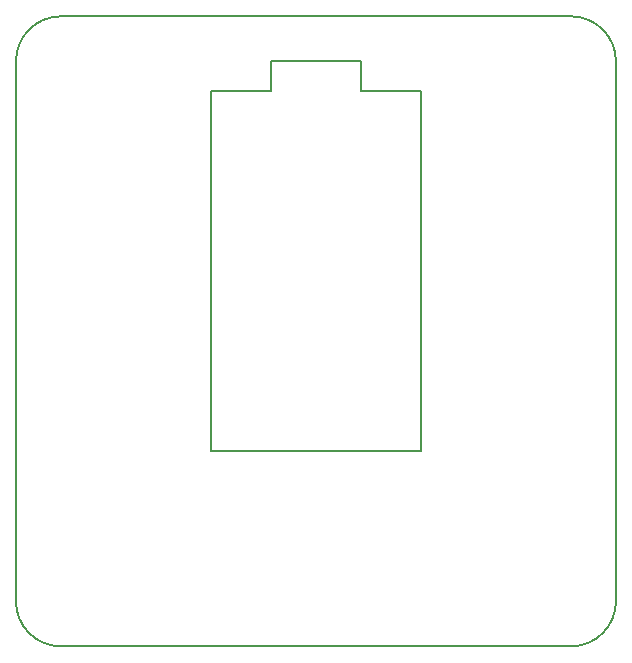
<source format=gbr>
G04 #@! TF.GenerationSoftware,KiCad,Pcbnew,(5.1.5)-3*
G04 #@! TF.CreationDate,2020-04-30T20:20:17+09:00*
G04 #@! TF.ProjectId,sif,7369662e-6b69-4636-9164-5f7063625858,rev?*
G04 #@! TF.SameCoordinates,Original*
G04 #@! TF.FileFunction,Legend,Bot*
G04 #@! TF.FilePolarity,Positive*
%FSLAX46Y46*%
G04 Gerber Fmt 4.6, Leading zero omitted, Abs format (unit mm)*
G04 Created by KiCad (PCBNEW (5.1.5)-3) date 2020-04-30 20:20:17*
%MOMM*%
%LPD*%
G04 APERTURE LIST*
%ADD10C,0.150000*%
G04 APERTURE END LIST*
D10*
X12700000Y-16510000D02*
X12700000Y-62230000D01*
X59690000Y-12700000D02*
X16510000Y-12700000D01*
X63500000Y-62230000D02*
X63500000Y-16510000D01*
X16510000Y-66040000D02*
X59690000Y-66040000D01*
X16510000Y-66040000D02*
G75*
G02X12700000Y-62230000I0J3810000D01*
G01*
X63500000Y-62230000D02*
G75*
G02X59690000Y-66040000I-3810000J0D01*
G01*
X59690000Y-12700000D02*
G75*
G02X63500000Y-16510000I0J-3810000D01*
G01*
X12700000Y-16510000D02*
G75*
G02X16510000Y-12700000I3810000J0D01*
G01*
X46990000Y-19050000D02*
X46990000Y-49530000D01*
X41910000Y-19050000D02*
X46990000Y-19050000D01*
X41910000Y-16510000D02*
X41910000Y-19050000D01*
X34290000Y-16510000D02*
X41910000Y-16510000D01*
X34290000Y-19050000D02*
X34290000Y-16510000D01*
X29210000Y-19050000D02*
X34290000Y-19050000D01*
X29210000Y-49530000D02*
X29210000Y-19050000D01*
X46990000Y-49530000D02*
X29210000Y-49530000D01*
M02*

</source>
